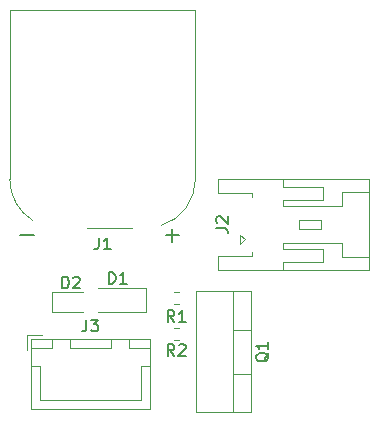
<source format=gbr>
%TF.GenerationSoftware,KiCad,Pcbnew,7.0.11-rc3*%
%TF.CreationDate,2025-03-25T15:56:03+09:00*%
%TF.ProjectId,RDC_Humanoid_Power_Relay_Switch,5244435f-4875-46d6-916e-6f69645f506f,rev?*%
%TF.SameCoordinates,Original*%
%TF.FileFunction,Legend,Top*%
%TF.FilePolarity,Positive*%
%FSLAX46Y46*%
G04 Gerber Fmt 4.6, Leading zero omitted, Abs format (unit mm)*
G04 Created by KiCad (PCBNEW 7.0.11-rc3) date 2025-03-25 15:56:03*
%MOMM*%
%LPD*%
G01*
G04 APERTURE LIST*
%ADD10C,0.150000*%
%ADD11C,0.120000*%
G04 APERTURE END LIST*
D10*
X55506666Y-55594819D02*
X55506666Y-56309104D01*
X55506666Y-56309104D02*
X55459047Y-56451961D01*
X55459047Y-56451961D02*
X55363809Y-56547200D01*
X55363809Y-56547200D02*
X55220952Y-56594819D01*
X55220952Y-56594819D02*
X55125714Y-56594819D01*
X55887619Y-55594819D02*
X56506666Y-55594819D01*
X56506666Y-55594819D02*
X56173333Y-55975771D01*
X56173333Y-55975771D02*
X56316190Y-55975771D01*
X56316190Y-55975771D02*
X56411428Y-56023390D01*
X56411428Y-56023390D02*
X56459047Y-56071009D01*
X56459047Y-56071009D02*
X56506666Y-56166247D01*
X56506666Y-56166247D02*
X56506666Y-56404342D01*
X56506666Y-56404342D02*
X56459047Y-56499580D01*
X56459047Y-56499580D02*
X56411428Y-56547200D01*
X56411428Y-56547200D02*
X56316190Y-56594819D01*
X56316190Y-56594819D02*
X56030476Y-56594819D01*
X56030476Y-56594819D02*
X55935238Y-56547200D01*
X55935238Y-56547200D02*
X55887619Y-56499580D01*
X62947133Y-55801419D02*
X62613800Y-55325228D01*
X62375705Y-55801419D02*
X62375705Y-54801419D01*
X62375705Y-54801419D02*
X62756657Y-54801419D01*
X62756657Y-54801419D02*
X62851895Y-54849038D01*
X62851895Y-54849038D02*
X62899514Y-54896657D01*
X62899514Y-54896657D02*
X62947133Y-54991895D01*
X62947133Y-54991895D02*
X62947133Y-55134752D01*
X62947133Y-55134752D02*
X62899514Y-55229990D01*
X62899514Y-55229990D02*
X62851895Y-55277609D01*
X62851895Y-55277609D02*
X62756657Y-55325228D01*
X62756657Y-55325228D02*
X62375705Y-55325228D01*
X63899514Y-55801419D02*
X63328086Y-55801419D01*
X63613800Y-55801419D02*
X63613800Y-54801419D01*
X63613800Y-54801419D02*
X63518562Y-54944276D01*
X63518562Y-54944276D02*
X63423324Y-55039514D01*
X63423324Y-55039514D02*
X63328086Y-55087133D01*
X66485419Y-47856733D02*
X67199704Y-47856733D01*
X67199704Y-47856733D02*
X67342561Y-47904352D01*
X67342561Y-47904352D02*
X67437800Y-47999590D01*
X67437800Y-47999590D02*
X67485419Y-48142447D01*
X67485419Y-48142447D02*
X67485419Y-48237685D01*
X66580657Y-47428161D02*
X66533038Y-47380542D01*
X66533038Y-47380542D02*
X66485419Y-47285304D01*
X66485419Y-47285304D02*
X66485419Y-47047209D01*
X66485419Y-47047209D02*
X66533038Y-46951971D01*
X66533038Y-46951971D02*
X66580657Y-46904352D01*
X66580657Y-46904352D02*
X66675895Y-46856733D01*
X66675895Y-46856733D02*
X66771133Y-46856733D01*
X66771133Y-46856733D02*
X66913990Y-46904352D01*
X66913990Y-46904352D02*
X67485419Y-47475780D01*
X67485419Y-47475780D02*
X67485419Y-46856733D01*
X56562666Y-48654619D02*
X56562666Y-49368904D01*
X56562666Y-49368904D02*
X56515047Y-49511761D01*
X56515047Y-49511761D02*
X56419809Y-49607000D01*
X56419809Y-49607000D02*
X56276952Y-49654619D01*
X56276952Y-49654619D02*
X56181714Y-49654619D01*
X57562666Y-49654619D02*
X56991238Y-49654619D01*
X57276952Y-49654619D02*
X57276952Y-48654619D01*
X57276952Y-48654619D02*
X57181714Y-48797476D01*
X57181714Y-48797476D02*
X57086476Y-48892714D01*
X57086476Y-48892714D02*
X56991238Y-48940333D01*
X49899171Y-48474300D02*
X51042029Y-48474300D01*
X62199171Y-48474300D02*
X63342029Y-48474300D01*
X62770600Y-49045728D02*
X62770600Y-47902871D01*
X57402505Y-52575619D02*
X57402505Y-51575619D01*
X57402505Y-51575619D02*
X57640600Y-51575619D01*
X57640600Y-51575619D02*
X57783457Y-51623238D01*
X57783457Y-51623238D02*
X57878695Y-51718476D01*
X57878695Y-51718476D02*
X57926314Y-51813714D01*
X57926314Y-51813714D02*
X57973933Y-52004190D01*
X57973933Y-52004190D02*
X57973933Y-52147047D01*
X57973933Y-52147047D02*
X57926314Y-52337523D01*
X57926314Y-52337523D02*
X57878695Y-52432761D01*
X57878695Y-52432761D02*
X57783457Y-52528000D01*
X57783457Y-52528000D02*
X57640600Y-52575619D01*
X57640600Y-52575619D02*
X57402505Y-52575619D01*
X58926314Y-52575619D02*
X58354886Y-52575619D01*
X58640600Y-52575619D02*
X58640600Y-51575619D01*
X58640600Y-51575619D02*
X58545362Y-51718476D01*
X58545362Y-51718476D02*
X58450124Y-51813714D01*
X58450124Y-51813714D02*
X58354886Y-51861333D01*
X70956457Y-58413638D02*
X70908838Y-58508876D01*
X70908838Y-58508876D02*
X70813600Y-58604114D01*
X70813600Y-58604114D02*
X70670742Y-58746971D01*
X70670742Y-58746971D02*
X70623123Y-58842209D01*
X70623123Y-58842209D02*
X70623123Y-58937447D01*
X70861219Y-58889828D02*
X70813600Y-58985066D01*
X70813600Y-58985066D02*
X70718361Y-59080304D01*
X70718361Y-59080304D02*
X70527885Y-59127923D01*
X70527885Y-59127923D02*
X70194552Y-59127923D01*
X70194552Y-59127923D02*
X70004076Y-59080304D01*
X70004076Y-59080304D02*
X69908838Y-58985066D01*
X69908838Y-58985066D02*
X69861219Y-58889828D01*
X69861219Y-58889828D02*
X69861219Y-58699352D01*
X69861219Y-58699352D02*
X69908838Y-58604114D01*
X69908838Y-58604114D02*
X70004076Y-58508876D01*
X70004076Y-58508876D02*
X70194552Y-58461257D01*
X70194552Y-58461257D02*
X70527885Y-58461257D01*
X70527885Y-58461257D02*
X70718361Y-58508876D01*
X70718361Y-58508876D02*
X70813600Y-58604114D01*
X70813600Y-58604114D02*
X70861219Y-58699352D01*
X70861219Y-58699352D02*
X70861219Y-58889828D01*
X70861219Y-57508876D02*
X70861219Y-58080304D01*
X70861219Y-57794590D02*
X69861219Y-57794590D01*
X69861219Y-57794590D02*
X70004076Y-57889828D01*
X70004076Y-57889828D02*
X70099314Y-57985066D01*
X70099314Y-57985066D02*
X70146933Y-58080304D01*
X62947133Y-58679219D02*
X62613800Y-58203028D01*
X62375705Y-58679219D02*
X62375705Y-57679219D01*
X62375705Y-57679219D02*
X62756657Y-57679219D01*
X62756657Y-57679219D02*
X62851895Y-57726838D01*
X62851895Y-57726838D02*
X62899514Y-57774457D01*
X62899514Y-57774457D02*
X62947133Y-57869695D01*
X62947133Y-57869695D02*
X62947133Y-58012552D01*
X62947133Y-58012552D02*
X62899514Y-58107790D01*
X62899514Y-58107790D02*
X62851895Y-58155409D01*
X62851895Y-58155409D02*
X62756657Y-58203028D01*
X62756657Y-58203028D02*
X62375705Y-58203028D01*
X63328086Y-57774457D02*
X63375705Y-57726838D01*
X63375705Y-57726838D02*
X63470943Y-57679219D01*
X63470943Y-57679219D02*
X63709038Y-57679219D01*
X63709038Y-57679219D02*
X63804276Y-57726838D01*
X63804276Y-57726838D02*
X63851895Y-57774457D01*
X63851895Y-57774457D02*
X63899514Y-57869695D01*
X63899514Y-57869695D02*
X63899514Y-57964933D01*
X63899514Y-57964933D02*
X63851895Y-58107790D01*
X63851895Y-58107790D02*
X63280467Y-58679219D01*
X63280467Y-58679219D02*
X63899514Y-58679219D01*
X53440105Y-52956619D02*
X53440105Y-51956619D01*
X53440105Y-51956619D02*
X53678200Y-51956619D01*
X53678200Y-51956619D02*
X53821057Y-52004238D01*
X53821057Y-52004238D02*
X53916295Y-52099476D01*
X53916295Y-52099476D02*
X53963914Y-52194714D01*
X53963914Y-52194714D02*
X54011533Y-52385190D01*
X54011533Y-52385190D02*
X54011533Y-52528047D01*
X54011533Y-52528047D02*
X53963914Y-52718523D01*
X53963914Y-52718523D02*
X53916295Y-52813761D01*
X53916295Y-52813761D02*
X53821057Y-52909000D01*
X53821057Y-52909000D02*
X53678200Y-52956619D01*
X53678200Y-52956619D02*
X53440105Y-52956619D01*
X54392486Y-52051857D02*
X54440105Y-52004238D01*
X54440105Y-52004238D02*
X54535343Y-51956619D01*
X54535343Y-51956619D02*
X54773438Y-51956619D01*
X54773438Y-51956619D02*
X54868676Y-52004238D01*
X54868676Y-52004238D02*
X54916295Y-52051857D01*
X54916295Y-52051857D02*
X54963914Y-52147095D01*
X54963914Y-52147095D02*
X54963914Y-52242333D01*
X54963914Y-52242333D02*
X54916295Y-52385190D01*
X54916295Y-52385190D02*
X54344867Y-52956619D01*
X54344867Y-52956619D02*
X54963914Y-52956619D01*
D11*
%TO.C,J3*%
X60140000Y-62440000D02*
X55840000Y-62440000D01*
X60890000Y-57240000D02*
X59090000Y-57240000D01*
X52590000Y-57240000D02*
X50790000Y-57240000D01*
X59090000Y-57240000D02*
X59090000Y-57990000D01*
X60890000Y-59490000D02*
X60140000Y-59490000D01*
X60140000Y-59490000D02*
X60140000Y-62440000D01*
X57590000Y-57240000D02*
X54090000Y-57240000D01*
X60890000Y-57990000D02*
X60890000Y-57240000D01*
X51740000Y-56940000D02*
X50490000Y-56940000D01*
X60900000Y-57230000D02*
X50780000Y-57230000D01*
X50790000Y-57240000D02*
X50790000Y-57990000D01*
X51540000Y-62440000D02*
X55840000Y-62440000D01*
X57590000Y-57990000D02*
X57590000Y-57240000D01*
X50780000Y-57230000D02*
X50780000Y-63200000D01*
X50790000Y-59490000D02*
X51540000Y-59490000D01*
X51540000Y-59490000D02*
X51540000Y-62440000D01*
X59090000Y-57990000D02*
X60890000Y-57990000D01*
X52590000Y-57990000D02*
X52590000Y-57240000D01*
X54090000Y-57240000D02*
X54090000Y-57990000D01*
X60900000Y-63200000D02*
X60900000Y-57230000D01*
X50790000Y-57990000D02*
X52590000Y-57990000D01*
X54090000Y-57990000D02*
X57590000Y-57990000D01*
X50780000Y-63200000D02*
X60900000Y-63200000D01*
X50490000Y-56940000D02*
X50490000Y-58190000D01*
%TO.C,R1*%
X62876542Y-53274700D02*
X63351058Y-53274700D01*
X62876542Y-54319700D02*
X63351058Y-54319700D01*
%TO.C,J2*%
X66615000Y-51408800D02*
X79435000Y-51408800D01*
X79435000Y-51408800D02*
X79435000Y-43688800D01*
X72125000Y-50748800D02*
X72125000Y-51408800D01*
X75535000Y-50748800D02*
X72125000Y-50748800D01*
X77135000Y-50298800D02*
X77135000Y-49148800D01*
X79435000Y-50298800D02*
X77135000Y-50298800D01*
X66615000Y-50188800D02*
X66615000Y-51408800D01*
X69515000Y-50188800D02*
X66615000Y-50188800D01*
X69515000Y-49908800D02*
X69515000Y-50188800D01*
X72125000Y-49648800D02*
X75535000Y-49648800D01*
X75535000Y-49648800D02*
X75535000Y-50748800D01*
X68525000Y-49198800D02*
X68525000Y-48398800D01*
X72125000Y-49148800D02*
X72125000Y-49648800D01*
X77135000Y-49148800D02*
X72125000Y-49148800D01*
X68925000Y-48798800D02*
X68525000Y-49198800D01*
X68525000Y-48398800D02*
X68925000Y-48798800D01*
X73525000Y-47948800D02*
X73525000Y-47148800D01*
X75325000Y-47948800D02*
X73525000Y-47948800D01*
X73525000Y-47148800D02*
X75325000Y-47148800D01*
X75325000Y-47148800D02*
X75325000Y-47948800D01*
X72125000Y-45948800D02*
X72125000Y-45448800D01*
X77135000Y-45948800D02*
X72125000Y-45948800D01*
X77135000Y-45948800D02*
X77135000Y-44798800D01*
X72125000Y-45448800D02*
X75535000Y-45448800D01*
X75535000Y-45448800D02*
X75535000Y-44348800D01*
X66615000Y-44908800D02*
X69515000Y-44908800D01*
X69515000Y-44908800D02*
X69515000Y-45188800D01*
X77135000Y-44798800D02*
X79435000Y-44798800D01*
X72125000Y-44348800D02*
X72125000Y-43688800D01*
X75535000Y-44348800D02*
X72125000Y-44348800D01*
X66615000Y-43688800D02*
X66615000Y-44908800D01*
X79435000Y-43688800D02*
X66615000Y-43688800D01*
%TO.C,J1*%
X49010600Y-29399600D02*
X49010600Y-43709600D01*
X49010600Y-29399600D02*
X64730600Y-29399600D01*
X55580600Y-47819600D02*
X59320600Y-47819600D01*
X64730600Y-29399600D02*
X64730600Y-43709600D01*
X49010601Y-43709600D02*
G75*
G03*
X51003794Y-47232557I4109998J-1D01*
G01*
X61822248Y-47640013D02*
G75*
G03*
X64730600Y-43709600I-1201648J3930413D01*
G01*
%TO.C,D1*%
X60525000Y-54949600D02*
X60525000Y-52949600D01*
X60525000Y-54949600D02*
X56515000Y-54949600D01*
X60525000Y-52949600D02*
X56515000Y-52949600D01*
%TO.C,Q1*%
X69406400Y-53198400D02*
X64765400Y-53198400D01*
X69406400Y-53198400D02*
X69406400Y-63438400D01*
X67896400Y-53198400D02*
X67896400Y-63438400D01*
X64765400Y-53198400D02*
X64765400Y-63438400D01*
X69406400Y-56468400D02*
X67896400Y-56468400D01*
X69406400Y-60169400D02*
X67896400Y-60169400D01*
X69406400Y-63438400D02*
X64765400Y-63438400D01*
%TO.C,R2*%
X63351058Y-57316900D02*
X62876542Y-57316900D01*
X63351058Y-56271900D02*
X62876542Y-56271900D01*
%TO.C,D2*%
X52568200Y-53252000D02*
X52568200Y-54952000D01*
X52568200Y-53252000D02*
X55228200Y-53252000D01*
X52568200Y-54952000D02*
X55228200Y-54952000D01*
%TD*%
M02*

</source>
